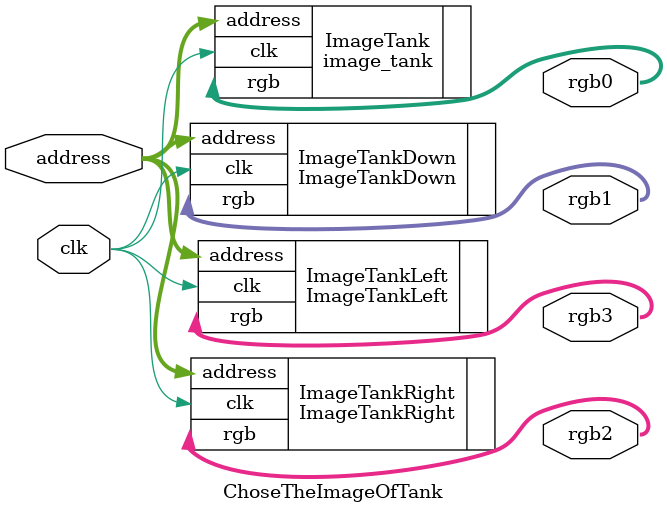
<source format=v>
`timescale 1ns / 1ps

module ChoseTheImageOfTank(
    input wire clk,
    input wire [11:0] address,
    
    output wire [11:0] rgb0,
    output wire [11:0] rgb1,
    output wire [11:0] rgb2,
    output wire [11:0] rgb3
    );
    
image_tank ImageTank          (.clk(clk), .address(address), .rgb(rgb0));
ImageTankDown ImageTankDown   (.clk(clk), .address(address), .rgb(rgb1));
ImageTankRight ImageTankRight (.clk(clk), .address(address), .rgb(rgb2));
ImageTankLeft ImageTankLeft   (.clk(clk), .address(address), .rgb(rgb3));
endmodule

</source>
